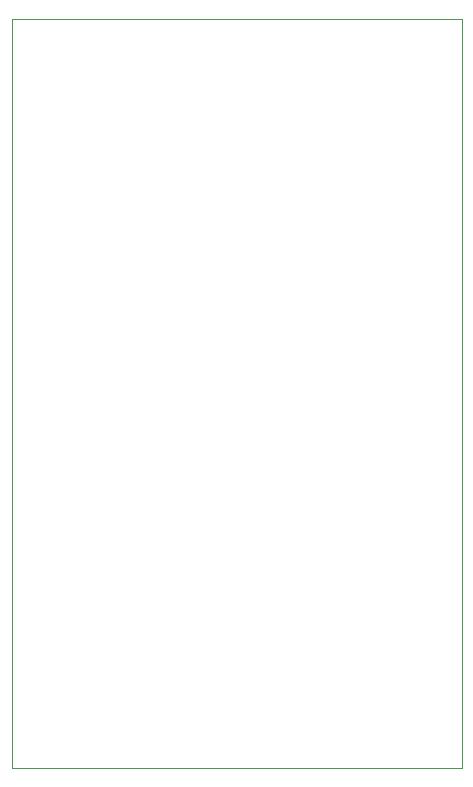
<source format=gbr>
G04 #@! TF.GenerationSoftware,KiCad,Pcbnew,(5.1.6)-1*
G04 #@! TF.CreationDate,2021-01-27T01:30:12-05:00*
G04 #@! TF.ProjectId,wideband_controller,77696465-6261-46e6-945f-636f6e74726f,rev?*
G04 #@! TF.SameCoordinates,Original*
G04 #@! TF.FileFunction,Profile,NP*
%FSLAX46Y46*%
G04 Gerber Fmt 4.6, Leading zero omitted, Abs format (unit mm)*
G04 Created by KiCad (PCBNEW (5.1.6)-1) date 2021-01-27 01:30:12*
%MOMM*%
%LPD*%
G01*
G04 APERTURE LIST*
G04 #@! TA.AperFunction,Profile*
%ADD10C,0.050000*%
G04 #@! TD*
G04 APERTURE END LIST*
D10*
X146050000Y-50228500D02*
X107950000Y-50228500D01*
X146050000Y-113665000D02*
X146050000Y-50228500D01*
X107950000Y-113665000D02*
X146050000Y-113665000D01*
X107950000Y-50228500D02*
X107950000Y-113665000D01*
M02*

</source>
